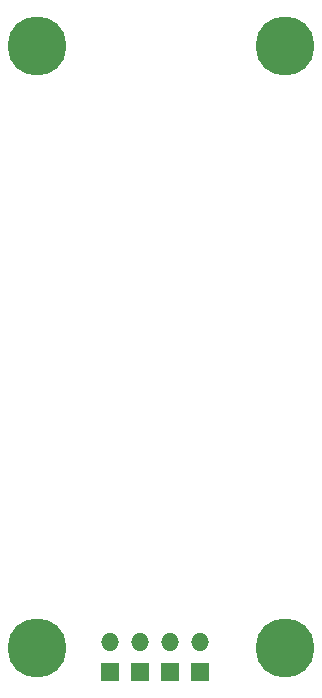
<source format=gbr>
%TF.GenerationSoftware,KiCad,Pcbnew,7.0.9*%
%TF.CreationDate,2025-04-28T00:26:43+09:00*%
%TF.ProjectId,Rp2040_v1.1,52703230-3430-45f7-9631-2e312e6b6963,rev?*%
%TF.SameCoordinates,Original*%
%TF.FileFunction,Soldermask,Bot*%
%TF.FilePolarity,Negative*%
%FSLAX46Y46*%
G04 Gerber Fmt 4.6, Leading zero omitted, Abs format (unit mm)*
G04 Created by KiCad (PCBNEW 7.0.9) date 2025-04-28 00:26:43*
%MOMM*%
%LPD*%
G01*
G04 APERTURE LIST*
%ADD10C,5.000000*%
%ADD11R,1.524000X1.524000*%
%ADD12O,1.524000X1.524000*%
G04 APERTURE END LIST*
D10*
%TO.C,J2*%
X105000000Y-81000000D03*
%TD*%
%TO.C,J2*%
X105000000Y-30000000D03*
%TD*%
%TO.C,J2*%
X84000000Y-30000000D03*
%TD*%
%TO.C,J2*%
X84000000Y-81000000D03*
%TD*%
D11*
%TO.C,U2*%
X90180000Y-83070000D03*
X92720000Y-83070000D03*
X95260000Y-83070000D03*
X97800000Y-83070000D03*
D12*
X90180000Y-80530000D03*
X92720000Y-80530000D03*
X95260000Y-80530000D03*
X97800000Y-80530000D03*
%TD*%
M02*

</source>
